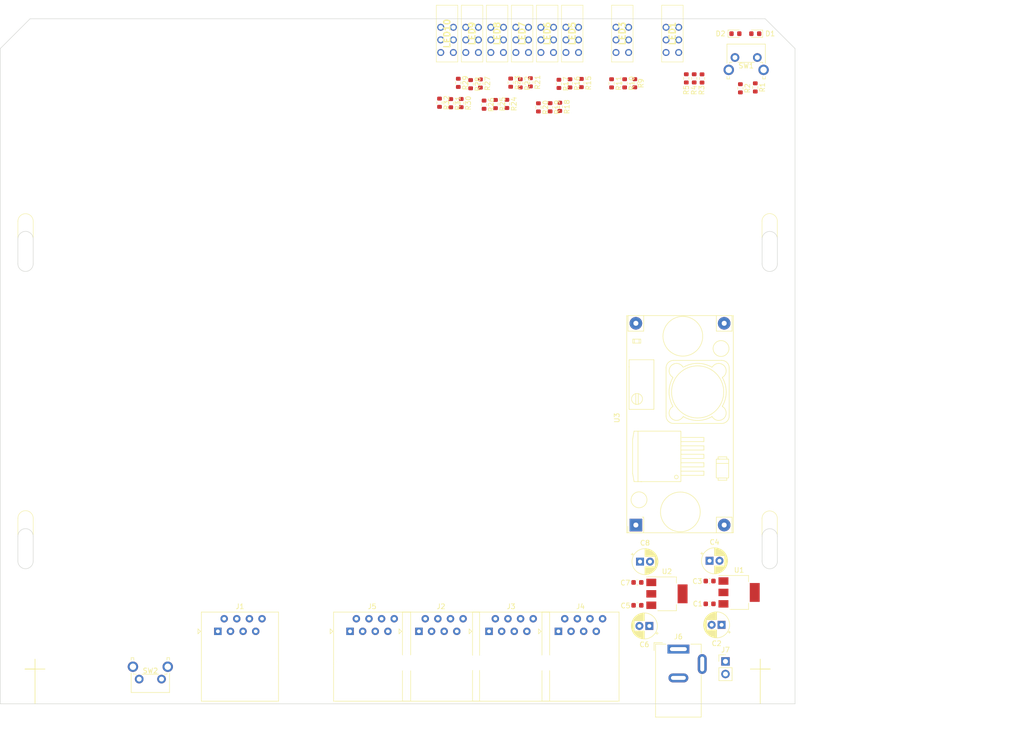
<source format=kicad_pcb>
(kicad_pcb (version 20211014) (generator pcbnew)
  (layers (0 "F.Cu" signal) (31 "B.Cu" signal) (34 "B.Paste" user) (35 "F.Paste" user) (36 "B.SilkS" user "B.Silkscreen") (37 "F.SilkS" user "F.Silkscreen") (38 "B.Mask" user) (39 "F.Mask" user) (44 "Edge.Cuts" user))
  (net 0 "")
  (net 1 "+12V")
  (net 2 "GND")
  (net 3 "+3V3")
  (net 4 "+5V")
  (net 5 "Net-(D1-Pad2)")
  (net 6 "Net-(D2-Pad2)")
  (net 47 "Net-(J6-Pad3)")
  (net 48 "Net-(LED1-Pad2)")
  (net 49 "Net-(LED1-Pad4)")
  (net 50 "Net-(LED1-Pad6)")
  (net 51 "Net-(LED3-Pad2)")
  (net 52 "Net-(LED3-Pad4)")
  (net 53 "Net-(LED3-Pad6)")
  (net 54 "Net-(LED5-Pad2)")
  (net 55 "Net-(LED5-Pad4)")
  (net 56 "Net-(LED5-Pad6)")
  (net 57 "Net-(LED6-Pad2)")
  (net 58 "Net-(LED6-Pad4)")
  (net 59 "Net-(LED6-Pad6)")
  (net 60 "Net-(LED7-Pad2)")
  (net 61 "Net-(LED7-Pad4)")
  (net 62 "Net-(LED7-Pad6)")
  (net 63 "Net-(LED8-Pad2)")
  (net 64 "Net-(LED8-Pad4)")
  (net 65 "Net-(LED8-Pad6)")
  (net 66 "Net-(LED9-Pad2)")
  (net 67 "Net-(LED9-Pad4)")
  (net 68 "Net-(LED9-Pad6)")
  (net 69 "Net-(LED10-Pad2)")
  (net 70 "Net-(LED10-Pad4)")
  (net 71 "Net-(LED10-Pad6)")
  (net 102 "VCC")
  (footprint "Connector_RJ:RJ45_Amphenol_54602-x08_Horizontal" (layer "F.Cu") (at 165.4 145.4)
    (fp_text reference "J3" (at 4.445 -5) (layer "F.SilkS"))
    (fp_text value "RJ45")
    (pad "" np_thru_hole circle locked (at -1.27 6.35) (size 3.2 3.2) (drill 3.2) (layers *.Cu *.Mask))
    (pad "" np_thru_hole circle locked (at 10.16 6.35) (size 3.2 3.2) (drill 3.2) (layers *.Cu *.Mask))
    (pad "1" thru_hole rect locked (at 0 0) (size 1.5 1.5) (drill 0.76) (layers *.Cu *.Mask))
    (pad "2" thru_hole circle locked (at 1.27 -2.54) (size 1.5 1.5) (drill 0.76) (layers *.Cu *.Mask))
    (pad "3" thru_hole circle locked (at 2.54 0) (size 1.5 1.5) (drill 0.76) (layers *.Cu *.Mask))
    (pad "4" thru_hole circle locked (at 3.81 -2.54) (size 1.5 1.5) (drill 0.76) (layers *.Cu *.Mask))
    (pad "5" thru_hole circle locked (at 5.08 0) (size 1.5 1.5) (drill 0.76) (layers *.Cu *.Mask))
    (pad "6" thru_hole circle locked (at 6.35 -2.54) (size 1.5 1.5) (drill 0.76) (layers *.Cu *.Mask))
    (pad "7" thru_hole circle locked (at 7.62 0) (size 1.5 1.5) (drill 0.76) (layers *.Cu *.Mask))
    (pad "8" thru_hole circle locked (at 8.89 -2.54) (size 1.5 1.5) (drill 0.76) (layers *.Cu *.Mask))
  )
  (footprint "Resistor_SMD:R_0603_1608Metric" (layer "F.Cu") (at 219 35.825 -90)
    (fp_text reference "R1" (at 0 -1.43 90) (layer "F.SilkS"))
    (fp_text value "R")
    (pad "1" smd roundrect locked (at -0.825 0 270) (size 0.8 0.95) (layers "F.Cu" "F.Paste" "F.Mask") (net 5 "Net-(D1-Pad2)"))
    (pad "2" smd roundrect locked (at 0.825 0 270) (size 0.8 0.95) (layers "F.Cu" "F.Paste" "F.Mask"))
  )
  (footprint "Resistor_SMD:R_0603_1608Metric" (layer "F.Cu") (at 155.43 38.91 -90)
    (fp_text reference "R32" (at 0 -1.43 90) (layer "F.SilkS"))
    (fp_text value "R")
    (pad "1" smd roundrect locked (at -0.825 0 270) (size 0.8 0.95) (layers "F.Cu" "F.Paste" "F.Mask") (net 69 "Net-(LED10-Pad2)"))
    (pad "2" smd roundrect locked (at 0.825 0 270) (size 0.8 0.95) (layers "F.Cu" "F.Paste" "F.Mask"))
  )
  (footprint "Resistor_SMD:R_0603_1608Metric" (layer "F.Cu") (at 216 36 -90)
    (fp_text reference "R2" (at 0 -1.43 90) (layer "F.SilkS"))
    (fp_text value "R")
    (pad "1" smd roundrect locked (at -0.825 0 270) (size 0.8 0.95) (layers "F.Cu" "F.Paste" "F.Mask") (net 6 "Net-(D2-Pad2)"))
    (pad "2" smd roundrect locked (at 0.825 0 270) (size 0.8 0.95) (layers "F.Cu" "F.Paste" "F.Mask"))
  )
  (footprint "Connector_RJ:RJ45_Amphenol_54602-x08_Horizontal" (layer "F.Cu") (at 151.29 145.4)
    (fp_text reference "J2" (at 4.445 -5) (layer "F.SilkS"))
    (fp_text value "RJ45")
    (pad "" np_thru_hole circle locked (at 10.16 6.35) (size 3.2 3.2) (drill 3.2) (layers *.Cu *.Mask))
    (pad "" np_thru_hole circle locked (at -1.27 6.35) (size 3.2 3.2) (drill 3.2) (layers *.Cu *.Mask))
    (pad "1" thru_hole rect locked (at 0 0) (size 1.5 1.5) (drill 0.76) (layers *.Cu *.Mask))
    (pad "2" thru_hole circle locked (at 1.27 -2.54) (size 1.5 1.5) (drill 0.76) (layers *.Cu *.Mask))
    (pad "3" thru_hole circle locked (at 2.54 0) (size 1.5 1.5) (drill 0.76) (layers *.Cu *.Mask))
    (pad "4" thru_hole circle locked (at 3.81 -2.54) (size 1.5 1.5) (drill 0.76) (layers *.Cu *.Mask))
    (pad "5" thru_hole circle locked (at 5.08 0) (size 1.5 1.5) (drill 0.76) (layers *.Cu *.Mask))
    (pad "6" thru_hole circle locked (at 6.35 -2.54) (size 1.5 1.5) (drill 0.76) (layers *.Cu *.Mask))
    (pad "7" thru_hole circle locked (at 7.62 0) (size 1.5 1.5) (drill 0.76) (layers *.Cu *.Mask))
    (pad "8" thru_hole circle locked (at 8.89 -2.54) (size 1.5 1.5) (drill 0.76) (layers *.Cu *.Mask))
  )
  (footprint "Resistor_SMD:R_0603_1608Metric" (layer "F.Cu") (at 183.99 34.94 -90)
    (fp_text reference "R15" (at 0 -1.43 90) (layer "F.SilkS"))
    (fp_text value "R")
    (pad "1" smd roundrect locked (at -0.825 0 270) (size 0.8 0.95) (layers "F.Cu" "F.Paste" "F.Mask") (net 56 "Net-(LED5-Pad6)"))
    (pad "2" smd roundrect locked (at 0.825 0 270) (size 0.8 0.95) (layers "F.Cu" "F.Paste" "F.Mask"))
  )
  (footprint "Resistor_SMD:R_0603_1608Metric" (layer "F.Cu") (at 169.76 34.865 -90)
    (fp_text reference "R23" (at 0 -1.43 90) (layer "F.SilkS"))
    (fp_text value "R")
    (pad "1" smd roundrect locked (at -0.825 0 270) (size 0.8 0.95) (layers "F.Cu" "F.Paste" "F.Mask") (net 60 "Net-(LED7-Pad2)"))
    (pad "2" smd roundrect locked (at 0.825 0 270) (size 0.8 0.95) (layers "F.Cu" "F.Paste" "F.Mask"))
  )
  (footprint "Connector_PinHeader_2.54mm:PinHeader_1x02_P2.54mm_Vertical" (layer "F.Cu") (at 213 151.46)
    (fp_text reference "J7" (at 0 -2.33) (layer "F.SilkS"))
    (fp_text value "switched ground")
    (pad "1" thru_hole rect locked (at 0 0) (size 1.7 1.7) (drill 1) (layers *.Cu *.Mask) (net 47 "Net-(J6-Pad3)"))
    (pad "2" thru_hole oval locked (at 0 2.54) (size 1.7 1.7) (drill 1) (layers *.Cu *.Mask) (net 2 "GND"))
  )
  (footprint "Connector_RJ:RJ45_Amphenol_54602-x08_Horizontal" (layer "F.Cu") (at 137.42 145.4)
    (fp_text reference "J5" (at 4.445 -5) (layer "F.SilkS"))
    (fp_text value "RJ45")
    (pad "" np_thru_hole circle locked (at -1.27 6.35) (size 3.2 3.2) (drill 3.2) (layers *.Cu *.Mask))
    (pad "" np_thru_hole circle locked (at 10.16 6.35) (size 3.2 3.2) (drill 3.2) (layers *.Cu *.Mask))
    (pad "1" thru_hole rect locked (at 0 0) (size 1.5 1.5) (drill 0.76) (layers *.Cu *.Mask))
    (pad "2" thru_hole circle locked (at 1.27 -2.54) (size 1.5 1.5) (drill 0.76) (layers *.Cu *.Mask))
    (pad "3" thru_hole circle locked (at 2.54 0) (size 1.5 1.5) (drill 0.76) (layers *.Cu *.Mask))
    (pad "4" thru_hole circle locked (at 3.81 -2.54) (size 1.5 1.5) (drill 0.76) (layers *.Cu *.Mask))
    (pad "5" thru_hole circle locked (at 5.08 0) (size 1.5 1.5) (drill 0.76) (layers *.Cu *.Mask))
    (pad "6" thru_hole circle locked (at 6.35 -2.54) (size 1.5 1.5) (drill 0.76) (layers *.Cu *.Mask))
    (pad "7" thru_hole circle locked (at 7.62 0) (size 1.5 1.5) (drill 0.76) (layers *.Cu *.Mask))
    (pad "8" thru_hole circle locked (at 8.89 -2.54) (size 1.5 1.5) (drill 0.76) (layers *.Cu *.Mask))
  )
  (footprint "Resistor_SMD:R_0603_1608Metric" (layer "F.Cu") (at 166.7 39.175 -90)
    (fp_text reference "R25" (at 0 -1.43 90) (layer "F.SilkS"))
    (fp_text value "R")
    (pad "1" smd roundrect locked (at -0.825 0 270) (size 0.8 0.95) (layers "F.Cu" "F.Paste" "F.Mask") (net 64 "Net-(LED8-Pad4)"))
    (pad "2" smd roundrect locked (at 0.825 0 270) (size 0.8 0.95) (layers "F.Cu" "F.Paste" "F.Mask"))
  )
  (footprint "Package_TO_SOT_SMD:SOT-223-3_TabPin2" (layer "F.Cu") (at 201.215 137.845)
    (fp_text reference "U2" (at 0 -4.5) (layer "F.SilkS"))
    (fp_text value "AMS1117-5.0")
    (pad "1" smd rect locked (at -3.15 -2.3) (size 2 1.5) (layers "F.Cu" "F.Paste" "F.Mask") (net 2 "GND"))
    (pad "2" smd rect locked (at 3.15 0) (size 2 3.8) (layers "F.Cu" "F.Paste" "F.Mask") (net 4 "+5V"))
    (pad "2" smd rect locked (at -3.15 0) (size 2 1.5) (layers "F.Cu" "F.Paste" "F.Mask") (net 4 "+5V"))
    (pad "3" smd rect locked (at -3.15 2.3) (size 2 1.5) (layers "F.Cu" "F.Paste" "F.Mask") (net 1 "+12V"))
  )
  (footprint "Resistor_SMD:R_0603_1608Metric" (layer "F.Cu") (at 159.8 38.98 -90)
    (fp_text reference "R30" (at 0 -1.43 90) (layer "F.SilkS"))
    (fp_text value "R")
    (pad "1" smd roundrect locked (at -0.825 0 270) (size 0.8 0.95) (layers "F.Cu" "F.Paste" "F.Mask") (net 71 "Net-(LED10-Pad6)"))
    (pad "2" smd roundrect locked (at 0.825 0 270) (size 0.8 0.95) (layers "F.Cu" "F.Paste" "F.Mask"))
  )
  (footprint "Resistor_SMD:R_0603_1608Metric" (layer "F.Cu") (at 205.11 34 -90)
    (fp_text reference "R5" (at 2.35 0 90) (layer "F.SilkS"))
    (fp_text value "R")
    (pad "1" smd roundrect locked (at -0.825 0 270) (size 0.8 0.95) (layers "F.Cu" "F.Paste" "F.Mask") (net 48 "Net-(LED1-Pad2)"))
    (pad "2" smd roundrect locked (at 0.825 0 270) (size 0.8 0.95) (layers "F.Cu" "F.Paste" "F.Mask"))
  )
  (footprint "Resistor_SMD:R_0603_1608Metric" (layer "F.Cu") (at 164.4 39.305 -90)
    (fp_text reference "R26" (at 0 -1.43 90) (layer "F.SilkS"))
    (fp_text value "R")
    (pad "1" smd roundrect locked (at -0.825 0 270) (size 0.8 0.95) (layers "F.Cu" "F.Paste" "F.Mask") (net 63 "Net-(LED8-Pad2)"))
    (pad "2" smd roundrect locked (at 0.825 0 270) (size 0.8 0.95) (layers "F.Cu" "F.Paste" "F.Mask"))
  )
  (footprint "Resistor_SMD:R_0603_1608Metric" (layer "F.Cu") (at 194.75 34.99 -90)
    (fp_text reference "R9" (at 0.01 -1.25 90) (layer "F.SilkS"))
    (fp_text value "R")
    (pad "1" smd roundrect locked (at -0.825 0 270) (size 0.8 0.95) (layers "F.Cu" "F.Paste" "F.Mask") (net 53 "Net-(LED3-Pad6)"))
    (pad "2" smd roundrect locked (at 0.825 0 270) (size 0.8 0.95) (layers "F.Cu" "F.Paste" "F.Mask"))
  )
  (footprint "Resistor_SMD:R_0603_1608Metric" (layer "F.Cu") (at 177.7 39.825 -90)
    (fp_text reference "R19" (at 0 -1.43 90) (layer "F.SilkS"))
    (fp_text value "R")
    (pad "1" smd roundrect locked (at -0.825 0 270) (size 0.8 0.95) (layers "F.Cu" "F.Paste" "F.Mask") (net 58 "Net-(LED6-Pad4)"))
    (pad "2" smd roundrect locked (at 0.825 0 270) (size 0.8 0.95) (layers "F.Cu" "F.Paste" "F.Mask"))
  )
  (footprint "Resistor_SMD:R_0603_1608Metric" (layer "F.Cu") (at 192.7 35 -90)
    (fp_text reference "R10" (at 0 -1.43 90) (layer "F.SilkS"))
    (fp_text value "R")
    (pad "1" smd roundrect locked (at -0.825 0 270) (size 0.8 0.95) (layers "F.Cu" "F.Paste" "F.Mask") (net 52 "Net-(LED3-Pad4)"))
    (pad "2" smd roundrect locked (at 0.825 0 270) (size 0.8 0.95) (layers "F.Cu" "F.Paste" "F.Mask"))
  )
  (footprint "Resistor_SMD:R_0603_1608Metric" (layer "F.Cu") (at 175.34 39.845 -90)
    (fp_text reference "R20" (at 0 -1.43 90) (layer "F.SilkS"))
    (fp_text value "R")
    (pad "1" smd roundrect locked (at -0.825 0 270) (size 0.8 0.95) (layers "F.Cu" "F.Paste" "F.Mask") (net 57 "Net-(LED6-Pad2)"))
    (pad "2" smd roundrect locked (at 0.825 0 270) (size 0.8 0.95) (layers "F.Cu" "F.Paste" "F.Mask"))
  )
  (footprint "Evan's misc parts:WP934SA3ID" (layer "F.Cu") (at 180.88 28.79 -90)
    (fp_text reference "LED5" (at -3.81 -1.27 90) (layer "F.SilkS") (effects (font (size 1.27 1.27) (thickness 0.254))))
    (fp_text value "WP934SA_3GD" hide)
    (pad "1" thru_hole circle (at 0 0 270) (size 1.4 1.4) (drill 0.9) (layers *.Cu *.Mask) (net 2 "GND"))
    (pad "2" thru_hole circle (at 0 -2.54 270) (size 1.4 1.4) (drill 0.9) (layers *.Cu *.Mask) (net 54 "Net-(LED5-Pad2)"))
    (pad "3" thru_hole circle (at -2.54 0 270) (size 1.4 1.4) (drill 0.9) (layers *.Cu *.Mask) (net 2 "GND"))
    (pad "4" thru_hole circle (at -2.54 -2.54 270) (size 1.4 1.4) (drill 0.9) (layers *.Cu *.Mask) (net 55 "Net-(LED5-Pad4)"))
    (pad "5" thru_hole circle (at -5.08 0 270) (size 1.4 1.4) (drill 0.9) (layers *.Cu *.Mask) (net 2 "GND"))
    (pad "6" thru_hole circle (at -5.08 -2.54 270) (size 1.4 1.4) (drill 0.9) (layers *.Cu *.Mask) (net 56 "Net-(LED5-Pad6)"))
  )
  (footprint "Button_Switch_THT:SW_Tactile_SPST_Angled_PTS645Vx83-2LFS" (layer "F.Cu") (at 214.91 29.8)
    (fp_text reference "SW1" (at 2.25 1.68) (layer "F.SilkS"))
    (fp_text value "SW_Push")
    (pad "" thru_hole circle locked (at 5.76 2.49) (size 2.1 2.1) (drill 1.3) (layers *.Cu *.Mask))
    (pad "" thru_hole circle locked (at -1.25 2.49) (size 2.1 2.1) (drill 1.3) (layers *.Cu *.Mask))
    (pad "1" thru_hole circle locked (at 0 0) (size 1.75 1.75) (drill 0.99) (layers *.Cu *.Mask))
    (pad "2" thru_hole circle locked (at 4.5 0) (size 1.75 1.75) (drill 0.99) (layers *.Cu *.Mask))
  )
  (footprint "Capacitor_THT:CP_Radial_D5.0mm_P2.00mm" (layer "F.Cu") (at 209.794887 131.185)
    (fp_text reference "C4" (at 1 -3.75) (layer "F.SilkS"))
    (fp_text value "100uF")
    (pad "1" thru_hole rect locked (at 0 0) (size 1.6 1.6) (drill 0.8) (layers *.Cu *.Mask) (net 3 "+3V3"))
    (pad "2" thru_hole circle locked (at 2 0) (size 1.6 1.6) (drill 0.8) (layers *.Cu *.Mask) (net 2 "GND"))
  )
  (footprint "Resistor_SMD:R_0603_1608Metric" (layer "F.Cu") (at 206.7 34 -90)
    (fp_text reference "R4" (at 2.37 0.03 90) (layer "F.SilkS"))
    (fp_text value "R")
    (pad "1" smd roundrect locked (at -0.825 0 270) (size 0.8 0.95) (layers "F.Cu" "F.Paste" "F.Mask") (net 49 "Net-(LED1-Pad4)"))
    (pad "2" smd roundrect locked (at 0.825 0 270) (size 0.8 0.95) (layers "F.Cu" "F.Paste" "F.Mask"))
  )
  (footprint "Connector_RJ:RJ45_Amphenol_54602-x08_Horizontal" (layer "F.Cu") (at 110.81 145.4)
    (fp_text reference "J1" (at 4.445 -5) (layer "F.SilkS"))
    (fp_text value "RJ45")
    (pad "" np_thru_hole circle locked (at -1.27 6.35) (size 3.2 3.2) (drill 3.2) (layers *.Cu *.Mask))
    (pad "" np_thru_hole circle locked (at 10.16 6.35) (size 3.2 3.2) (drill 3.2) (layers *.Cu *.Mask))
    (pad "1" thru_hole rect locked (at 0 0) (size 1.5 1.5) (drill 0.76) (layers *.Cu *.Mask))
    (pad "2" thru_hole circle locked (at 1.27 -2.54) (size 1.5 1.5) (drill 0.76) (layers *.Cu *.Mask))
    (pad "3" thru_hole circle locked (at 2.54 0) (size 1.5 1.5) (drill 0.76) (layers *.Cu *.Mask))
    (pad "4" thru_hole circle locked (at 3.81 -2.54) (size 1.5 1.5) (drill 0.76) (layers *.Cu *.Mask))
    (pad "5" thru_hole circle locked (at 5.08 0) (size 1.5 1.5) (drill 0.76) (layers *.Cu *.Mask))
    (pad "6" thru_hole circle locked (at 6.35 -2.54) (size 1.5 1.5) (drill 0.76) (layers *.Cu *.Mask))
    (pad "7" thru_hole circle locked (at 7.62 0) (size 1.5 1.5) (drill 0.76) (layers *.Cu *.Mask))
    (pad "8" thru_hole circle locked (at 8.89 -2.54) (size 1.5 1.5) (drill 0.76) (layers *.Cu *.Mask))
  )
  (footprint "MountingHole:MountingHole_2.7mm_M2.5_DIN965" (layer "F.Cu") (at 132.935 130.775 -90)
    (fp_text reference "REF**" hide)
    (fp_text value "MountingHole_2.7mm_M2.5_DIN965" hide)
    (pad "" np_thru_hole circle locked (at 0 0 270) (size 2.7 2.7) (drill 2.7) (layers *.Cu *.Mask))
  )
  (footprint "LED_SMD:LED_0603_1608Metric" (layer "F.Cu") (at 215 25)
    (fp_text reference "D2" (at -3 0) (layer "F.SilkS"))
    (fp_text value "LED")
    (pad "1" smd roundrect locked (at -0.7875 0) (size 0.875 0.95) (layers "F.Cu" "F.Paste" "F.Mask") (net 2 "GND"))
    (pad "2" smd roundrect locked (at 0.7875 0) (size 0.875 0.95) (layers "F.Cu" "F.Paste" "F.Mask") (net 6 "Net-(D2-Pad2)"))
  )
  (footprint "Capacitor_SMD:C_0603_1608Metric" (layer "F.Cu") (at 209.8 135.265)
    (fp_text reference "C3" (at -2.47 0.05) (layer "F.SilkS"))
    (fp_text value "100nF")
    (pad "1" smd roundrect locked (at -0.775 0) (size 0.9 0.95) (layers "F.Cu" "F.Paste" "F.Mask") (net 3 "+3V3"))
    (pad "2" smd roundrect locked (at 0.775 0) (size 0.9 0.95) (layers "F.Cu" "F.Paste" "F.Mask") (net 2 "GND"))
  )
  (footprint "Evan's misc parts:WP934SA3ID" (layer "F.Cu") (at 160.72 28.79 -90)
    (fp_text reference "LED9" (at -3.81 -1.27 90) (layer "F.SilkS") (effects (font (size 1.27 1.27) (thickness 0.254))))
    (fp_text value "WP934SA_3GD" hide)
    (pad "1" thru_hole circle (at 0 0 270) (size 1.4 1.4) (drill 0.9) (layers *.Cu *.Mask) (net 2 "GND"))
    (pad "2" thru_hole circle (at 0 -2.54 270) (size 1.4 1.4) (drill 0.9) (layers *.Cu *.Mask) (net 66 "Net-(LED9-Pad2)"))
    (pad "3" thru_hole circle (at -2.54 0 270) (size 1.4 1.4) (drill 0.9) (layers *.Cu *.Mask) (net 2 "GND"))
    (pad "4" thru_hole circle (at -2.54 -2.54 270) (size 1.4 1.4) (drill 0.9) (layers *.Cu *.Mask) (net 67 "Net-(LED9-Pad4)"))
    (pad "5" thru_hole circle (at -5.08 0 270) (size 1.4 1.4) (drill 0.9) (layers *.Cu *.Mask) (net 2 "GND"))
    (pad "6" thru_hole circle (at -5.08 -2.54 270) (size 1.4 1.4) (drill 0.9) (layers *.Cu *.Mask) (net 68 "Net-(LED9-Pad6)"))
  )
  (footprint "Resistor_SMD:R_0603_1608Metric" (layer "F.Cu") (at 161.7 35.175 -90)
    (fp_text reference "R28" (at 0 -1.43 90) (layer "F.SilkS"))
    (fp_text value "R")
    (pad "1" smd roundrect locked (at -0.825 0 270) (size 0.8 0.95) (layers "F.Cu" "F.Paste" "F.Mask") (net 67 "Net-(LED9-Pad4)"))
    (pad "2" smd roundrect locked (at 0.825 0 270) (size 0.8 0.95) (layers "F.Cu" "F.Paste" "F.Mask"))
  )
  (footprint "Resistor_SMD:R_0603_1608Metric" (layer "F.Cu") (at 171.7 35 -90)
    (fp_text reference "R22" (at 0 -1.43 90) (layer "F.SilkS"))
    (fp_text value "R")
    (pad "1" smd roundrect locked (at -0.825 0 270) (size 0.8 0.95) (layers "F.Cu" "F.Paste" "F.Mask") (net 61 "Net-(LED7-Pad4)"))
    (pad "2" smd roundrect locked (at 0.825 0 270) (size 0.8 0.95) (layers "F.Cu" "F.Paste" "F.Mask"))
  )
  (footprint "Connector_BarrelJack:BarrelJack_Wuerth_6941xx301002" (layer "F.Cu") (at 203.52 148.98)
    (fp_text reference "J6" (at 0 -2.5) (layer "F.SilkS"))
    (fp_text value "Barrel_Jack_Switch")
    (pad "1" thru_hole rect locked (at 0 0) (size 4.4 1.8) (drill oval 3.4 0.8) (layers *.Cu *.Mask) (net 1 "+12V"))
    (pad "2" thru_hole oval locked (at 0 5.8) (size 4 1.8) (drill oval 3 0.8) (layers *.Cu *.Mask) (net 2 "GND"))
    (pad "3" thru_hole oval locked (at 4.8 3 90) (size 4 1.8) (drill oval 3 0.8) (layers *.Cu *.Mask) (net 47 "Net-(J6-Pad3)"))
  )
  (footprint "Connector_RJ:RJ45_Amphenol_54602-x08_Horizontal" (layer "F.Cu") (at 179.37 145.4)
    (fp_text reference "J4" (at 4.445 -5) (layer "F.SilkS"))
    (fp_text value "RJ45")
    (pad "" np_thru_hole circle locked (at 10.16 6.35) (size 3.2 3.2) (drill 3.2) (layers *.Cu *.Mask))
    (pad "" np_thru_hole circle locked (at -1.27 6.35) (size 3.2 3.2) (drill 3.2) (layers *.Cu *.Mask))
    (pad "1" thru_hole rect locked (at 0 0) (size 1.5 1.5) (drill 0.76) (layers *.Cu *.Mask))
    (pad "2" thru_hole circle locked (at 1.27 -2.54) (size 1.5 1.5) (drill 0.76) (layers *.Cu *.Mask))
    (pad "3" thru_hole circle locked (at 2.54 0) (size 1.5 1.5) (drill 0.76) (layers *.Cu *.Mask))
    (pad "4" thru_hole circle locked (at 3.81 -2.54) (size 1.5 1.5) (drill 0.76) (layers *.Cu *.Mask))
    (pad "5" thru_hole circle locked (at 5.08 0) (size 1.5 1.5) (drill 0.76) (layers *.Cu *.Mask))
    (pad "6" thru_hole circle locked (at 6.35 -2.54) (size 1.5 1.5) (drill 0.76) (layers *.Cu *.Mask))
    (pad "7" thru_hole circle locked (at 7.62 0) (size 1.5 1.5) (drill 0.76) (layers *.Cu *.Mask))
    (pad "8" thru_hole circle locked (at 8.89 -2.54) (size 1.5 1.5) (drill 0.76) (layers *.Cu *.Mask))
  )
  (footprint "Resistor_SMD:R_0603_1608Metric" (layer "F.Cu") (at 163.67 35.035 -90)
    (fp_text reference "R27" (at 0 -1.43 90) (layer "F.SilkS"))
    (fp_text value "R")
    (pad "1" smd roundrect locked (at -0.825 0 270) (size 0.8 0.95) (layers "F.Cu" "F.Paste" "F.Mask") (net 68 "Net-(LED9-Pad6)"))
    (pad "2" smd roundrect locked (at 0.825 0 270) (size 0.8 0.95) (layers "F.Cu" "F.Paste" "F.Mask"))
  )
  (footprint "Evan's misc parts:YAAJ_DCDC_StepDown_LM2596" (layer "F.Cu") (at 194.96 123.985 90)
    (fp_text reference "U3" (at 21.59 -3.81 90) (layer "F.SilkS"))
    (fp_text value "YAAJ_DCDC_StepDown_LM2596")
    (pad "1" thru_hole rect (at 0 0 90) (size 2.54 2.54) (drill 1) (layers *.Cu *.Mask) (net 1 "+12V"))
    (pad "2" thru_hole circle (at 0 17.78 90) (size 2.54 2.54) (drill 1) (layers *.Cu *.Mask) (net 2 "GND"))
    (pad "3" thru_hole circle (at 40.64 17.78 90) (size 2.54 2.54) (drill 1) (layers *.Cu *.Mask) (net 2 "GND"))
    (pad "4" thru_hole circle (at 40.64 0 90) (size 2.54 2.54) (drill 1) (layers *.Cu *.Mask) (net 102 "VCC"))
  )
  (footprint "Evan's misc parts:WP934SA3ID" (layer "F.Cu") (at 201.04 28.79 -90)
    (fp_text reference "LED1" (at -3.81 -1.27 90) (layer "F.SilkS") (effects (font (size 1.27 1.27) (thickness 0.254))))
    (fp_text value "WP934SA_3GD" hide)
    (pad "1" thru_hole circle (at 0 0 270) (size 1.4 1.4) (drill 0.9) (layers *.Cu *.Mask) (net 2 "GND"))
    (pad "2" thru_hole circle (at 0 -2.54 270) (size 1.4 1.4) (drill 0.9) (layers *.Cu *.Mask) (net 48 "Net-(LED1-Pad2)"))
    (pad "3" thru_hole circle (at -2.54 0 270) (size 1.4 1.4) (drill 0.9) (layers *.Cu *.Mask) (net 2 "GND"))
    (pad "4" thru_hole circle (at -2.54 -2.54 270) (size 1.4 1.4) (drill 0.9) (layers *.Cu *.Mask) (net 49 "Net-(LED1-Pad4)"))
    (pad "5" thru_hole circle (at -5.08 0 270) (size 1.4 1.4) (drill 0.9) (layers *.Cu *.Mask) (net 2 "GND"))
    (pad "6" thru_hole circle (at -5.08 -2.54 270) (size 1.4 1.4) (drill 0.9) (layers *.Cu *.Mask) (net 50 "Net-(LED1-Pad6)"))
  )
  (footprint "Evan's misc parts:WP934SA3ID" (layer "F.Cu") (at 175.84 28.79 -90)
    (fp_text reference "LED6" (at -3.81 -1.27 90) (layer "F.SilkS") (effects (font (size 1.27 1.27) (thickness 0.254))))
    (fp_text value "WP934SA_3GD" hide)
    (pad "1" thru_hole circle (at 0 0 270) (size 1.4 1.4) (drill 0.9) (layers *.Cu *.Mask) (net 2 "GND"))
    (pad "2" thru_hole circle (at 0 -2.54 270) (size 1.4 1.4) (drill 0.9) (layers *.Cu *.Mask) (net 57 "Net-(LED6-Pad2)"))
    (pad "3" thru_hole circle (at -2.54 0 270) (size 1.4 1.4) (drill 0.9) (layers *.Cu *.Mask) (net 2 "GND"))
    (pad "4" thru_hole circle (at -2.54 -2.54 270) (size 1.4 1.4) (drill 0.9) (layers *.Cu *.Mask) (net 58 "Net-(LED6-Pad4)"))
    (pad "5" thru_hole circle (at -5.08 0 270) (size 1.4 1.4) (drill 0.9) (layers *.Cu *.Mask) (net 2 "GND"))
    (pad "6" thru_hole circle (at -5.08 -2.54 270) (size 1.4 1.4) (drill 0.9) (layers *.Cu *.Mask) (net 59 "Net-(LED6-Pad6)"))
  )
  (footprint "Resistor_SMD:R_0603_1608Metric" (layer "F.Cu") (at 208.28 34.02 -90)
    (fp_text reference "R3" (at 2.35 0.07 90) (layer "F.SilkS"))
    (fp_text value "R")
    (pad "1" smd roundrect locked (at -0.825 0 270) (size 0.8 0.95) (layers "F.Cu" "F.Paste" "F.Mask") (net 50 "Net-(LED1-Pad6)"))
    (pad "2" smd roundrect locked (at 0.825 0 270) (size 0.8 0.95) (layers "F.Cu" "F.Paste" "F.Mask"))
  )
  (footprint "Evan's misc parts:WP934SA3ID" (layer "F.Cu") (at 165.76 28.79 -90)
    (fp_text reference "LED8" (at -3.81 -1.27 90) (layer "F.SilkS") (effects (font (size 1.27 1.27) (thickness 0.254))))
    (fp_text value "WP934SA_3GD" hide)
    (pad "1" thru_hole circle (at 0 0 270) (size 1.4 1.4) (drill 0.9) (layers *.Cu *.Mask) (net 2 "GND"))
    (pad "2" thru_hole circle (at 0 -2.54 270) (size 1.4 1.4) (drill 0.9) (layers *.Cu *.Mask) (net 63 "Net-(LED8-Pad2)"))
    (pad "3" thru_hole circle (at -2.54 0 270) (size 1.4 1.4) (drill 0.9) (layers *.Cu *.Mask) (net 2 "GND"))
    (pad "4" thru_hole circle (at -2.54 -2.54 270) (size 1.4 1.4) (drill 0.9) (layers *.Cu *.Mask) (net 64 "Net-(LED8-Pad4)"))
    (pad "5" thru_hole circle (at -5.08 0 270) (size 1.4 1.4) (drill 0.9) (layers *.Cu *.Mask) (net 2 "GND"))
    (pad "6" thru_hole circle (at -5.08 -2.54 270) (size 1.4 1.4) (drill 0.9) (layers *.Cu *.Mask) (net 65 "Net-(LED8-Pad6)"))
  )
  (footprint "Package_TO_SOT_SMD:SOT-223-3_TabPin2" (layer "F.Cu") (at 215.74 137.565)
    (fp_text reference "U1" (at 0 -4.5) (layer "F.SilkS"))
    (fp_text value "AMS1117-3.3")
    (pad "1" smd rect locked (at -3.15 -2.3) (size 2 1.5) (layers "F.Cu" "F.Paste" "F.Mask") (net 2 "GND"))
    (pad "2" smd rect locked (at 3.15 0) (size 2 3.8) (layers "F.Cu" "F.Paste" "F.Mask") (net 3 "+3V3"))
    (pad "2" smd rect locked (at -3.15 0) (size 2 1.5) (layers "F.Cu" "F.Paste" "F.Mask") (net 3 "+3V3"))
    (pad "3" smd rect locked (at -3.15 2.3) (size 2 1.5) (layers "F.Cu" "F.Paste" "F.Mask") (net 1 "+12V"))
  )
  (footprint "Resistor_SMD:R_0603_1608Metric" (layer "F.Cu") (at 173.74 34.795 -90)
    (fp_text reference "R21" (at 0 -1.43 90) (layer "F.SilkS"))
    (fp_text value "R")
    (pad "1" smd roundrect locked (at -0.825 0 270) (size 0.8 0.95) (layers "F.Cu" "F.Paste" "F.Mask") (net 62 "Net-(LED7-Pad6)"))
    (pad "2" smd roundrect locked (at 0.825 0 270) (size 0.8 0.95) (layers "F.Cu" "F.Paste" "F.Mask"))
  )
  (footprint "Capacitor_THT:CP_Radial_D5.0mm_P2.00mm" (layer "F.Cu") (at 195.799888 131.355)
    (fp_text reference "C8" (at 1 -3.75) (layer "F.SilkS"))
    (fp_text value "100uF")
    (pad "1" thru_hole rect locked (at 0 0) (size 1.6 1.6) (drill 0.8) (layers *.Cu *.Mask) (net 4 "+5V"))
    (pad "2" thru_hole circle locked (at 2 0) (size 1.6 1.6) (drill 0.8) (layers *.Cu *.Mask) (net 2 "GND"))
  )
  (footprint "Capacitor_THT:CP_Radial_D5.0mm_P2.00mm" (layer "F.Cu") (at 212.215112 144.095 180)
    (fp_text reference "C2" (at 1 -3.75) (layer "F.SilkS"))
    (fp_text value "100uF")
    (pad "1" thru_hole rect locked (at 0 0 180) (size 1.6 1.6) (drill 0.8) (layers *.Cu *.Mask) (net 1 "+12V"))
    (pad "2" thru_hole circle locked (at 2 0 180) (size 1.6 1.6) (drill 0.8) (layers *.Cu *.Mask) (net 2 "GND"))
  )
  (footprint "Resistor_SMD:R_0603_1608Metric" (layer "F.Cu") (at 181.7 35 -90)
    (fp_text reference "R16" (at 0 -1.43 90) (layer "F.SilkS"))
    (fp_text value "R")
    (pad "1" smd roundrect locked (at -0.825 0 270) (size 0.8 0.95) (layers "F.Cu" "F.Paste" "F.Mask") (net 55 "Net-(LED5-Pad4)"))
    (pad "2" smd roundrect locked (at 0.825 0 270) (size 0.8 0.95) (layers "F.Cu" "F.Paste" "F.Mask"))
  )
  (footprint "Capacitor_THT:CP_Radial_D5.0mm_P2.00mm" (layer "F.Cu") (at 197.670112 144.315 180)
    (fp_text reference "C6" (at 1 -3.75) (layer "F.SilkS"))
    (fp_text value "100uF")
    (pad "1" thru_hole rect locked (at 0 0 180) (size 1.6 1.6) (drill 0.8) (layers *.Cu *.Mask) (net 1 "+12V"))
    (pad "2" thru_hole circle locked (at 2 0 180) (size 1.6 1.6) (drill 0.8) (layers *.Cu *.Mask) (net 2 "GND"))
  )
  (footprint "Evan's misc parts:WP934SA3ID" (layer "F.Cu") (at 190.96 28.79 -90)
    (fp_text reference "LED3" (at -3.81 -1.27 90) (layer "F.SilkS") (effects (font (size 1.27 1.27) (thickness 0.254))))
    (fp_text value "WP934SA_3GD" hide)
    (pad "1" thru_hole circle (at 0 0 270) (size 1.4 1.4) (drill 0.9) (layers *.Cu *.Mask) (net 2 "GND"))
    (pad "2" thru_hole circle (at 0 -2.54 270) (size 1.4 1.4) (drill 0.9) (layers *.Cu *.Mask) (net 51 "Net-(LED3-Pad2)"))
    (pad "3" thru_hole circle (at -2.54 0 270) (size 1.4 1.4) (drill 0.9) (layers *.Cu *.Mask) (net 2 "GND"))
    (pad "4" thru_hole circle (at -2.54 -2.54 270) (size 1.4 1.4) (drill 0.9) (layers *.Cu *.Mask) (net 52 "Net-(LED3-Pad4)"))
    (pad "5" thru_hole circle (at -5.08 0 270) (size 1.4 1.4) (drill 0.9) (layers *.Cu *.Mask) (net 2 "GND"))
    (pad "6" thru_hole circle (at -5.08 -2.54 270) (size 1.4 1.4) (drill 0.9) (layers *.Cu *.Mask) (net 53 "Net-(LED3-Pad6)"))
  )
  (footprint "Capacitor_SMD:C_0603_1608Metric" (layer "F.Cu") (at 195.275 140.155 180)
    (fp_text reference "C5" (at 2.4 -0.08) (layer "F.SilkS"))
    (fp_text value "100nF")
    (pad "1" smd roundrect locked (at -0.775 0 180) (size 0.9 0.95) (layers "F.Cu" "F.Paste" "F.Mask") (net 1 "+12V"))
    (pad "2" smd roundrect locked (at 0.775 0 180) (size 0.9 0.95) (layers "F.Cu" "F.Paste" "F.Mask") (net 2 "GND"))
  )
  (footprint "Evan's misc parts:WP934SA3ID" (layer "F.Cu") (at 155.68 28.79 -90)
    (fp_text reference "LED10" (at -3.81 -1.27 90) (layer "F.SilkS") (effects (font (size 1.27 1.27) (thickness 0.254))))
    (fp_text value "WP934SA_3GD" hide)
    (pad "1" thru_hole circle (at 0 0 270) (size 1.4 1.4) (drill 0.9) (layers *.Cu *.Mask) (net 2 "GND"))
    (pad "2" thru_hole circle (at 0 -2.54 270) (size 1.4 1.4) (drill 0.9) (layers *.Cu *.Mask) (net 69 "Net-(LED10-Pad2)"))
    (pad "3" thru_hole circle (at -2.54 0 270) (size 1.4 1.4) (drill 0.9) (layers *.Cu *.Mask) (net 2 "GND"))
    (pad "4" thru_hole circle (at -2.54 -2.54 270) (size 1.4 1.4) (drill 0.9) (layers *.Cu *.Mask) (net 70 "Net-(LED10-Pad4)"))
    (pad "5" thru_hole circle (at -5.08 0 270) (size 1.4 1.4) (drill 0.9) (layers *.Cu *.Mask) (net 2 "GND"))
    (pad "6" thru_hole circle (at -5.08 -2.54 270) (size 1.4 1.4) (drill 0.9) (layers *.Cu *.Mask) (net 71 "Net-(LED10-Pad6)"))
  )
  (footprint "Resistor_SMD:R_0603_1608Metric" (layer "F.Cu") (at 179.47 35.11 -90)
    (fp_text reference "R17" (at 0 -1.43 90) (layer "F.SilkS"))
    (fp_text value "R")
    (pad "1" smd roundrect locked (at -0.825 0 270) (size 0.8 0.95) (layers "F.Cu" "F.Paste" "F.Mask") (net 54 "Net-(LED5-Pad2)"))
    (pad "2" smd roundrect locked (at 0.825 0 270) (size 0.8 0.95) (layers "F.Cu" "F.Paste" "F.Mask"))
  )
  (footprint "Capacitor_SMD:C_0603_1608Metric" (layer "F.Cu") (at 209.8 139.865 180)
    (fp_text reference "C1" (at 2.39 0.01) (layer "F.SilkS"))
    (fp_text value "100nF")
    (pad "1" smd roundrect locked (at -0.775 0 180) (size 0.9 0.95) (layers "F.Cu" "F.Paste" "F.Mask") (net 1 "+12V"))
    (pad "2" smd roundrect locked (at 0.775 0 180) (size 0.9 0.95) (layers "F.Cu" "F.Paste" "F.Mask") (net 2 "GND"))
  )
  (footprint "Evan's misc parts:WP934SA3ID" (layer "F.Cu") (at 170.8 28.79 -90)
    (fp_text reference "LED7" (at -3.81 -1.27 90) (layer "F.SilkS") (effects (font (size 1.27 1.27) (thickness 0.254))))
    (fp_text value "WP934SA_3GD" hide)
    (pad "1" thru_hole circle (at 0 0 270) (size 1.4 1.4) (drill 0.9) (layers *.Cu *.Mask) (net 2 "GND"))
    (pad "2" thru_hole circle (at 0 -2.54 270) (size 1.4 1.4) (drill 0.9) (layers *.Cu *.Mask) (net 60 "Net-(LED7-Pad2)"))
    (pad "3" thru_hole circle (at -2.54 0 270) (size 1.4 1.4) (drill 0.9) (layers *.Cu *.Mask) (net 2 "GND"))
    (pad "4" thru_hole circle (at -2.54 -2.54 270) (size 1.4 1.4) (drill 0.9) (layers *.Cu *.Mask) (net 61 "Net-(LED7-Pad4)"))
    (pad "5" thru_hole circle (at -5.08 0 270) (size 1.4 1.4) (drill 0.9) (layers *.Cu *.Mask) (net 2 "GND"))
    (pad "6" thru_hole circle (at -5.08 -2.54 270) (size 1.4 1.4) (drill 0.9) (layers *.Cu *.Mask) (net 62 "Net-(LED7-Pad6)"))
  )
  (footprint "Resistor_SMD:R_0603_1608Metric" (layer "F.Cu") (at 157.7 39 -90)
    (fp_text reference "R31" (at 0 -1.43 90) (layer "F.SilkS"))
    (fp_text value "R")
    (pad "1" smd roundrect locked (at -0.825 0 270) (size 0.8 0.95) (layers "F.Cu" "F.Paste" "F.Mask") (net 70 "Net-(LED10-Pad4)"))
    (pad "2" smd roundrect locked (at 0.825 0 270) (size 0.8 0.95) (layers "F.Cu" "F.Paste" "F.Mask"))
  )
  (footprint "Resistor_SMD:R_0603_1608Metric" (layer "F.Cu") (at 169 39.145 -90)
    (fp_text reference "R24" (at 0 -1.43 90) (layer "F.SilkS"))
    (fp_text value "R")
    (pad "1" smd roundrect locked (at -0.825 0 270) (size 0.8 0.95) (layers "F.Cu" "F.Paste" "F.Mask") (net 65 "Net-(LED8-Pad6)"))
    (pad "2" smd roundrect locked (at 0.825 0 270) (size 0.8 0.95) (layers "F.Cu" "F.Paste" "F.Mask"))
  )
  (footprint "Resistor_SMD:R_0603_1608Metric" (layer "F.Cu") (at 159.21 34.9 -90)
    (fp_text reference "R29" (at 0 -1.43 90) (layer "F.SilkS"))
    (fp_text value "R")
    (pad "1" smd roundrect locked (at -0.825 0 270) (size 0.8 0.95) (layers "F.Cu" "F.Paste" "F.Mask") (net 66 "Net-(LED9-Pad2)"))
    (pad "2" smd roundrect locked (at 0.825 0 270) (size 0.8 0.95) (layers "F.Cu" "F.Paste" "F.Mask"))
  )
  (footprint "Resistor_SMD:R_0603_1608Metric" (layer "F.Cu") (at 179.65 39.735 -90)
    (fp_text reference "R18" (at 0 -1.43 90) (layer "F.SilkS"))
    (fp_text value "R")
    (pad "1" smd roundrect locked (at -0.825 0 270) (size 0.8 0.95) (layers "F.Cu" "F.Paste" "F.Mask") (net 59 "Net-(LED6-Pad6)"))
    (pad "2" smd roundrect locked (at 0.825 0 270) (size 0.8 0.95) (layers "F.Cu" "F.Paste" "F.Mask"))
  )
  (footprint "Resistor_SMD:R_0603_1608Metric" (layer "F.Cu") (at 190.07 35 -90)
    (fp_text reference "R11" (at 0 -1.43 90) (layer "F.SilkS"))
    (fp_text value "R")
    (pad "1" smd roundrect locked (at -0.825 0 270) (size 0.8 0.95) (layers "F.Cu" "F.Paste" "F.Mask") (net 51 "Net-(LED3-Pad2)"))
    (pad "2" smd roundrect locked (at 0.825 0 270) (size 0.8 0.95) (layers "F.Cu" "F.Paste" "F.Mask"))
  )
  (footprint "LED_SMD:LED_0603_1608Metric" (layer "F.Cu") (at 219 25 180)
    (fp_text reference "D1" (at -3 0) (layer "F.SilkS"))
    (fp_text value "LED")
    (pad "1" smd roundrect locked (at -0.7875 0 180) (size 0.875 0.95) (layers "F.Cu" "F.Paste" "F.Mask") (net 2 "GND"))
    (pad "2" smd roundrect locked (at 0.7875 0 180) (size 0.875 0.95) (layers "F.Cu" "F.Paste" "F.Mask") (net 5 "Net-(D1-Pad2)"))
  )
  (footprint "Button_Switch_THT:SW_Tactile_SPST_Angled_PTS645Vx58-2LFS" (layer "F.Cu") (at 99.47 155.02 180)
    (fp_text reference "SW2" (at 2.25 1.68) (layer "F.SilkS"))
    (fp_text value "SW_Push")
    (pad "" thru_hole circle locked (at -1.25 2.49 180) (size 2.1 2.1) (drill 1.3) (layers *.Cu *.Mask))
    (pad "" thru_hole circle locked (at 5.76 2.49 180) (size 2.1 2.1) (drill 1.3) (layers *.Cu *.Mask))
    (pad "1" thru_hole circle locked (at 0 0 180) (size 1.75 1.75) (drill 0.99) (layers *.Cu *.Mask))
    (pad "2" thru_hole circle locked (at 4.5 0 180) (size 1.75 1.75) (drill 0.99) (layers *.Cu *.Mask))
  )
  (footprint "MountingHole:MountingHole_2.7mm_M2.5_DIN965" (layer "F.Cu") (at 140.845 130.775 -90)
    (fp_text reference "REF**" hide)
    (fp_text value "MountingHole_2.7mm_M2.5_DIN965" hide)
    (pad "" np_thru_hole circle locked (at 0 0 270) (size 2.7 2.7) (drill 2.7) (layers *.Cu *.Mask))
  )
  (footprint "Capacitor_SMD:C_0603_1608Metric" (layer "F.Cu") (at 195.275 135.545)
    (fp_text reference "C7" (at -2.45 0.08) (layer "F.SilkS"))
    (fp_text value "100nF")
    (pad "1" smd roundrect locked (at -0.775 0) (size 0.9 0.95) (layers "F.Cu" "F.Paste" "F.Mask") (net 4 "+5V"))
    (pad "2" smd roundrect locked (at 0.775 0) (size 0.9 0.95) (layers "F.Cu" "F.Paste" "F.Mask") (net 2 "GND"))
  )
  (gr_line (start 74 153) (end 72 153) (layer "F.SilkS") (width 0.15))
  (gr_line (start 72 153) (end 76 153) (layer "F.SilkS") (width 0.15))
  (gr_line (start 220.355001 66.1) (end 220.355001 62.779649) (layer "F.SilkS") (width 0.1))
  (gr_line (start 223.435034 126) (end 223.435034 122.689649) (layer "F.SilkS") (width 0.1))
  (gr_line (start 220 160) (end 220 153) (layer "F.SilkS") (width 0.15))
  (gr_arc (start 70.555001 62.8) (mid 72.1 61.270347) (end 73.635033 62.81) (layer "F.SilkS") (width 0.1))
  (gr_line (start 220 153) (end 220 151) (layer "F.SilkS") (width 0.15))
  (gr_line (start 74 153) (end 74 151) (layer "F.SilkS") (width 0.15))
  (gr_line (start 220.355002 126) (end 220.355002 122.679649) (layer "F.SilkS") (width 0.1))
  (gr_line (start 70.555001 66.120351) (end 70.555001 62.8) (layer "F.SilkS") (width 0.1))
  (gr_arc (start 220.355001 62.779649) (mid 221.9 61.249997) (end 223.435033 62.789649) (layer "F.SilkS") (width 0.1))
  (gr_line (start 220 153) (end 222 153) (layer "F.SilkS") (width 0.15))
  (gr_line (start 73.635033 125.950002) (end 73.635033 122.639651) (layer "F.SilkS") (width 0.1))
  (gr_line (start 73.635033 66.120351) (end 73.635033 62.81) (layer "F.SilkS") (width 0.1))
  (gr_arc (start 220.355002 122.679649) (mid 221.900001 121.149998) (end 223.435034 122.689649) (layer "F.SilkS") (width 0.1))
  (gr_line (start 223.435033 66.1) (end 223.435033 62.789649) (layer "F.SilkS") (width 0.1))
  (gr_arc (start 70.555001 122.629651) (mid 72.1 121.099998) (end 73.635033 122.639651) (layer "F.SilkS") (width 0.1))
  (gr_line (start 70.555001 125.950002) (end 70.555001 122.629651) (layer "F.SilkS") (width 0.1))
  (gr_line (start 222 153) (end 218 153) (layer "F.SilkS") (width 0.15))
  (gr_line (start 74 160) (end 74 153) (layer "F.SilkS") (width 0.15))
  (gr_line (start 220.369968 71.359976) (end 220.369968 66.359976) (layer "Edge.Cuts") (width 0.1))
  (gr_line (start 227 160) (end 227 28) (layer "Edge.Cuts") (width 0.1))
  (gr_line (start 73.630032 71.369976) (end 73.630032 66.369976) (layer "Edge.Cuts") (width 0.1))
  (gr_line (start 220.369968 131.249976) (end 220.369968 126.249976) (layer "Edge.Cuts") (width 0.1))
  (gr_arc (start 73.630032 131.259976) (mid 72.085032 132.79) (end 70.55 131.249976) (layer "Edge.Cuts") (width 0.1))
  (gr_line (start 73 22) (end 67 28) (layer "Edge.Cuts") (width 0.1))
  (gr_line (start 227 28) (end 221 22) (layer "Edge.Cuts") (width 0.1))
  (gr_arc (start 70.55 126.249976) (mid 72.095 124.719952) (end 73.630032 126.259976) (layer "Edge.Cuts") (width 0.1))
  (gr_line (start 67 160) (end 227 160) (layer "Edge.Cuts") (width 0.1))
  (gr_arc (start 220.369968 126.249976) (mid 221.914968 124.719952) (end 223.45 126.259976) (layer "Edge.Cuts") (width 0.1))
  (gr_line (start 223.45 71.369976) (end 223.45 66.369976) (layer "Edge.Cuts") (width 0.1))
  (gr_line (start 223.45 131.259976) (end 223.45 126.259976) (layer "Edge.Cuts") (width 0.1))
  (gr_arc (start 73.630032 71.369976) (mid 72.085032 72.9) (end 70.55 71.359976) (layer "Edge.Cuts") (width 0.1))
  (gr_line (start 70.55 131.249976) (end 70.55 126.249976) (layer "Edge.Cuts") (width 0.1))
  (gr_line (start 73.630032 131.259976) (end 73.630032 126.259976) (layer "Edge.Cuts") (width 0.1))
  (gr_line (start 221 22) (end 219 22) (layer "Edge.Cuts") (width 0.1))
  (gr_arc (start 223.45 71.369976) (mid 221.905 72.9) (end 220.369968 71.359976) (layer "Edge.Cuts") (width 0.1))
  (gr_arc (start 220.369968 66.359976) (mid 221.914968 64.829952) (end 223.45 66.369976) (layer "Edge.Cuts") (width 0.1))
  (gr_line (start 138 22) (end 219 22) (layer "Edge.Cuts") (width 0.1))
  (gr_arc (start 223.45 131.259976) (mid 221.905 132.79) (end 220.369968 131.249976) (layer "Edge.Cuts") (width 0.1))
  (gr_line (start 67 160) (end 67 28) (layer "Edge.Cuts") (width 0.1))
  (gr_arc (start 70.55 66.359976) (mid 72.095 64.829952) (end 73.630032 66.369976) (layer "Edge.Cuts") (width 0.1))
  (gr_line (start 70.55 71.359976) (end 70.55 66.359976) (layer "Edge.Cuts") (width 0.1))
  (gr_line (start 73 22) (end 138 22) (layer "Edge.Cuts") (width 0.1))
)
</source>
